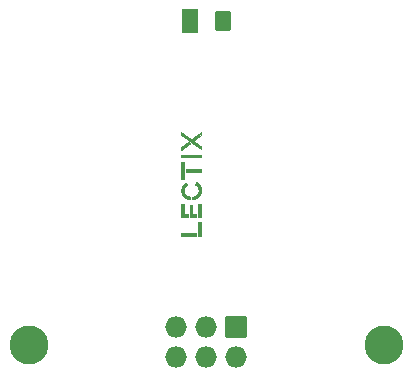
<source format=gts>
G04 #@! TF.GenerationSoftware,KiCad,Pcbnew,6.0.9-8da3e8f707~116~ubuntu20.04.1*
G04 #@! TF.CreationDate,2023-05-05T17:12:55+00:00*
G04 #@! TF.ProjectId,LEC009202,4c454330-3039-4323-9032-2e6b69636164,rev?*
G04 #@! TF.SameCoordinates,Original*
G04 #@! TF.FileFunction,Soldermask,Top*
G04 #@! TF.FilePolarity,Negative*
%FSLAX46Y46*%
G04 Gerber Fmt 4.6, Leading zero omitted, Abs format (unit mm)*
G04 Created by KiCad (PCBNEW 6.0.9-8da3e8f707~116~ubuntu20.04.1) date 2023-05-05 17:12:55*
%MOMM*%
%LPD*%
G01*
G04 APERTURE LIST*
G04 Aperture macros list*
%AMRoundRect*
0 Rectangle with rounded corners*
0 $1 Rounding radius*
0 $2 $3 $4 $5 $6 $7 $8 $9 X,Y pos of 4 corners*
0 Add a 4 corners polygon primitive as box body*
4,1,4,$2,$3,$4,$5,$6,$7,$8,$9,$2,$3,0*
0 Add four circle primitives for the rounded corners*
1,1,$1+$1,$2,$3*
1,1,$1+$1,$4,$5*
1,1,$1+$1,$6,$7*
1,1,$1+$1,$8,$9*
0 Add four rect primitives between the rounded corners*
20,1,$1+$1,$2,$3,$4,$5,0*
20,1,$1+$1,$4,$5,$6,$7,0*
20,1,$1+$1,$6,$7,$8,$9,0*
20,1,$1+$1,$8,$9,$2,$3,0*%
G04 Aperture macros list end*
%ADD10C,0.010000*%
%ADD11C,3.300000*%
%ADD12RoundRect,0.050000X-0.863600X0.863600X-0.863600X-0.863600X0.863600X-0.863600X0.863600X0.863600X0*%
%ADD13O,1.827200X1.827200*%
%ADD14RoundRect,0.050000X-0.600000X-0.800000X0.600000X-0.800000X0.600000X0.800000X-0.600000X0.800000X0*%
%ADD15RoundRect,0.050000X-0.600000X-1.000000X0.600000X-1.000000X0.600000X1.000000X-0.600000X1.000000X0*%
G04 APERTURE END LIST*
G04 #@! TO.C,LOGO1*
G36*
X83440001Y-31829871D02*
G01*
X83446439Y-31833923D01*
X83455779Y-31840183D01*
X83467461Y-31848245D01*
X83480928Y-31857707D01*
X83495622Y-31868162D01*
X83510984Y-31879207D01*
X83526457Y-31890438D01*
X83541483Y-31901449D01*
X83555504Y-31911838D01*
X83567962Y-31921199D01*
X83578298Y-31929128D01*
X83585955Y-31935221D01*
X83590375Y-31939073D01*
X83591247Y-31940190D01*
X83589223Y-31941929D01*
X83583295Y-31946496D01*
X83573671Y-31953736D01*
X83560561Y-31963498D01*
X83544174Y-31975627D01*
X83524719Y-31989971D01*
X83502405Y-32006375D01*
X83477442Y-32024687D01*
X83450037Y-32044753D01*
X83420402Y-32066421D01*
X83388743Y-32089535D01*
X83355272Y-32113944D01*
X83320196Y-32139494D01*
X83283724Y-32166032D01*
X83246067Y-32193404D01*
X83234493Y-32201810D01*
X83196445Y-32229442D01*
X83159468Y-32256293D01*
X83123772Y-32282211D01*
X83089572Y-32307040D01*
X83057081Y-32330626D01*
X83026511Y-32352814D01*
X82998075Y-32373451D01*
X82971985Y-32392382D01*
X82948456Y-32409452D01*
X82927699Y-32424507D01*
X82909927Y-32437392D01*
X82895354Y-32447953D01*
X82884192Y-32456036D01*
X82876654Y-32461486D01*
X82872952Y-32464149D01*
X82872630Y-32464375D01*
X82871417Y-32465123D01*
X82870412Y-32465285D01*
X82869595Y-32464437D01*
X82868947Y-32462156D01*
X82868449Y-32458019D01*
X82868081Y-32451601D01*
X82867823Y-32442478D01*
X82867655Y-32430228D01*
X82867559Y-32414427D01*
X82867514Y-32394651D01*
X82867500Y-32370475D01*
X82867499Y-32353446D01*
X82867500Y-32239032D01*
X83150044Y-32033731D01*
X83183835Y-32009201D01*
X83216537Y-31985507D01*
X83247909Y-31962820D01*
X83277714Y-31941311D01*
X83305711Y-31921152D01*
X83331663Y-31902513D01*
X83355329Y-31885565D01*
X83376470Y-31870480D01*
X83394848Y-31857429D01*
X83410223Y-31846582D01*
X83422356Y-31838111D01*
X83431009Y-31832186D01*
X83435942Y-31828979D01*
X83437021Y-31828430D01*
X83440001Y-31829871D01*
G37*
D10*
X83440001Y-31829871D02*
X83446439Y-31833923D01*
X83455779Y-31840183D01*
X83467461Y-31848245D01*
X83480928Y-31857707D01*
X83495622Y-31868162D01*
X83510984Y-31879207D01*
X83526457Y-31890438D01*
X83541483Y-31901449D01*
X83555504Y-31911838D01*
X83567962Y-31921199D01*
X83578298Y-31929128D01*
X83585955Y-31935221D01*
X83590375Y-31939073D01*
X83591247Y-31940190D01*
X83589223Y-31941929D01*
X83583295Y-31946496D01*
X83573671Y-31953736D01*
X83560561Y-31963498D01*
X83544174Y-31975627D01*
X83524719Y-31989971D01*
X83502405Y-32006375D01*
X83477442Y-32024687D01*
X83450037Y-32044753D01*
X83420402Y-32066421D01*
X83388743Y-32089535D01*
X83355272Y-32113944D01*
X83320196Y-32139494D01*
X83283724Y-32166032D01*
X83246067Y-32193404D01*
X83234493Y-32201810D01*
X83196445Y-32229442D01*
X83159468Y-32256293D01*
X83123772Y-32282211D01*
X83089572Y-32307040D01*
X83057081Y-32330626D01*
X83026511Y-32352814D01*
X82998075Y-32373451D01*
X82971985Y-32392382D01*
X82948456Y-32409452D01*
X82927699Y-32424507D01*
X82909927Y-32437392D01*
X82895354Y-32447953D01*
X82884192Y-32456036D01*
X82876654Y-32461486D01*
X82872952Y-32464149D01*
X82872630Y-32464375D01*
X82871417Y-32465123D01*
X82870412Y-32465285D01*
X82869595Y-32464437D01*
X82868947Y-32462156D01*
X82868449Y-32458019D01*
X82868081Y-32451601D01*
X82867823Y-32442478D01*
X82867655Y-32430228D01*
X82867559Y-32414427D01*
X82867514Y-32394651D01*
X82867500Y-32370475D01*
X82867499Y-32353446D01*
X82867500Y-32239032D01*
X83150044Y-32033731D01*
X83183835Y-32009201D01*
X83216537Y-31985507D01*
X83247909Y-31962820D01*
X83277714Y-31941311D01*
X83305711Y-31921152D01*
X83331663Y-31902513D01*
X83355329Y-31885565D01*
X83376470Y-31870480D01*
X83394848Y-31857429D01*
X83410223Y-31846582D01*
X83422356Y-31838111D01*
X83431009Y-31832186D01*
X83435942Y-31828979D01*
X83437021Y-31828430D01*
X83440001Y-31829871D01*
G36*
X84145120Y-39759580D02*
G01*
X82870040Y-39759580D01*
X82870040Y-39538600D01*
X84145120Y-39538600D01*
X84145120Y-39759580D01*
G37*
X84145120Y-39759580D02*
X82870040Y-39759580D01*
X82870040Y-39538600D01*
X84145120Y-39538600D01*
X84145120Y-39759580D01*
G36*
X83080860Y-37940940D02*
G01*
X83393280Y-37940940D01*
X83393280Y-38164460D01*
X82859880Y-38164460D01*
X82859880Y-37067180D01*
X83080860Y-37067180D01*
X83080860Y-37940940D01*
G37*
X83080860Y-37940940D02*
X83393280Y-37940940D01*
X83393280Y-38164460D01*
X82859880Y-38164460D01*
X82859880Y-37067180D01*
X83080860Y-37067180D01*
X83080860Y-37940940D01*
G36*
X84538820Y-34349380D02*
G01*
X83256120Y-34349380D01*
X83256120Y-34128400D01*
X84538820Y-34128400D01*
X84538820Y-34349380D01*
G37*
X84538820Y-34349380D02*
X83256120Y-34349380D01*
X83256120Y-34128400D01*
X84538820Y-34128400D01*
X84538820Y-34349380D01*
G36*
X84155864Y-35224350D02*
G01*
X84161246Y-35226764D01*
X84169130Y-35231171D01*
X84180022Y-35237839D01*
X84194432Y-35247037D01*
X84199730Y-35250468D01*
X84250247Y-35286255D01*
X84297456Y-35325767D01*
X84341181Y-35368747D01*
X84381245Y-35414939D01*
X84417473Y-35464085D01*
X84449690Y-35515929D01*
X84477719Y-35570214D01*
X84501386Y-35626683D01*
X84520513Y-35685078D01*
X84533608Y-35738614D01*
X84537715Y-35759549D01*
X84540937Y-35778693D01*
X84543387Y-35797214D01*
X84545177Y-35816279D01*
X84546419Y-35837056D01*
X84547226Y-35860714D01*
X84547665Y-35884810D01*
X84547860Y-35903035D01*
X84547960Y-35919929D01*
X84547966Y-35934719D01*
X84547880Y-35946633D01*
X84547704Y-35954897D01*
X84547485Y-35958470D01*
X84546741Y-35964358D01*
X84545630Y-35973690D01*
X84544341Y-35984862D01*
X84543735Y-35990220D01*
X84535047Y-36045997D01*
X84521574Y-36101993D01*
X84503545Y-36157599D01*
X84481188Y-36212206D01*
X84454731Y-36265203D01*
X84424401Y-36315981D01*
X84418955Y-36324230D01*
X84398098Y-36354202D01*
X84377653Y-36380956D01*
X84356317Y-36406058D01*
X84332790Y-36431073D01*
X84317501Y-36446282D01*
X84270656Y-36488480D01*
X84221179Y-36526384D01*
X84169236Y-36559914D01*
X84114994Y-36588986D01*
X84058618Y-36613518D01*
X84000274Y-36633426D01*
X83940129Y-36648629D01*
X83894477Y-36656813D01*
X83885261Y-36658020D01*
X83872810Y-36659423D01*
X83858307Y-36660913D01*
X83842937Y-36662382D01*
X83827885Y-36663719D01*
X83814334Y-36664815D01*
X83803470Y-36665562D01*
X83796505Y-36665850D01*
X83796107Y-36663398D01*
X83795738Y-36656379D01*
X83795405Y-36645308D01*
X83795119Y-36630696D01*
X83794886Y-36613059D01*
X83794717Y-36592909D01*
X83794620Y-36570759D01*
X83794600Y-36554481D01*
X83794600Y-36443101D01*
X83828255Y-36441598D01*
X83877642Y-36436880D01*
X83926391Y-36427286D01*
X83974126Y-36413012D01*
X84020472Y-36394257D01*
X84065055Y-36371216D01*
X84107500Y-36344087D01*
X84147432Y-36313067D01*
X84184476Y-36278352D01*
X84218258Y-36240140D01*
X84223066Y-36234060D01*
X84251193Y-36193962D01*
X84275754Y-36150655D01*
X84296491Y-36104786D01*
X84313147Y-36057001D01*
X84325466Y-36007946D01*
X84333191Y-35958267D01*
X84333331Y-35956939D01*
X84334812Y-35935583D01*
X84335277Y-35910988D01*
X84334784Y-35884830D01*
X84333393Y-35858784D01*
X84331161Y-35834525D01*
X84328369Y-35814960D01*
X84316968Y-35764580D01*
X84301011Y-35715829D01*
X84280722Y-35669027D01*
X84256326Y-35624494D01*
X84228050Y-35582553D01*
X84196119Y-35543523D01*
X84160757Y-35507725D01*
X84122189Y-35475479D01*
X84080642Y-35447107D01*
X84062570Y-35436541D01*
X84054866Y-35432236D01*
X84049162Y-35429023D01*
X84046660Y-35427581D01*
X84046648Y-35427572D01*
X84047589Y-35425282D01*
X84050586Y-35419034D01*
X84055356Y-35409378D01*
X84061617Y-35396866D01*
X84069087Y-35382050D01*
X84077484Y-35365482D01*
X84086526Y-35347712D01*
X84095930Y-35329291D01*
X84105414Y-35310773D01*
X84114697Y-35292708D01*
X84123496Y-35275647D01*
X84131530Y-35260143D01*
X84138515Y-35246746D01*
X84144170Y-35236008D01*
X84148212Y-35228481D01*
X84150360Y-35224716D01*
X84150574Y-35224421D01*
X84152476Y-35223658D01*
X84155864Y-35224350D01*
G37*
X84155864Y-35224350D02*
X84161246Y-35226764D01*
X84169130Y-35231171D01*
X84180022Y-35237839D01*
X84194432Y-35247037D01*
X84199730Y-35250468D01*
X84250247Y-35286255D01*
X84297456Y-35325767D01*
X84341181Y-35368747D01*
X84381245Y-35414939D01*
X84417473Y-35464085D01*
X84449690Y-35515929D01*
X84477719Y-35570214D01*
X84501386Y-35626683D01*
X84520513Y-35685078D01*
X84533608Y-35738614D01*
X84537715Y-35759549D01*
X84540937Y-35778693D01*
X84543387Y-35797214D01*
X84545177Y-35816279D01*
X84546419Y-35837056D01*
X84547226Y-35860714D01*
X84547665Y-35884810D01*
X84547860Y-35903035D01*
X84547960Y-35919929D01*
X84547966Y-35934719D01*
X84547880Y-35946633D01*
X84547704Y-35954897D01*
X84547485Y-35958470D01*
X84546741Y-35964358D01*
X84545630Y-35973690D01*
X84544341Y-35984862D01*
X84543735Y-35990220D01*
X84535047Y-36045997D01*
X84521574Y-36101993D01*
X84503545Y-36157599D01*
X84481188Y-36212206D01*
X84454731Y-36265203D01*
X84424401Y-36315981D01*
X84418955Y-36324230D01*
X84398098Y-36354202D01*
X84377653Y-36380956D01*
X84356317Y-36406058D01*
X84332790Y-36431073D01*
X84317501Y-36446282D01*
X84270656Y-36488480D01*
X84221179Y-36526384D01*
X84169236Y-36559914D01*
X84114994Y-36588986D01*
X84058618Y-36613518D01*
X84000274Y-36633426D01*
X83940129Y-36648629D01*
X83894477Y-36656813D01*
X83885261Y-36658020D01*
X83872810Y-36659423D01*
X83858307Y-36660913D01*
X83842937Y-36662382D01*
X83827885Y-36663719D01*
X83814334Y-36664815D01*
X83803470Y-36665562D01*
X83796505Y-36665850D01*
X83796107Y-36663398D01*
X83795738Y-36656379D01*
X83795405Y-36645308D01*
X83795119Y-36630696D01*
X83794886Y-36613059D01*
X83794717Y-36592909D01*
X83794620Y-36570759D01*
X83794600Y-36554481D01*
X83794600Y-36443101D01*
X83828255Y-36441598D01*
X83877642Y-36436880D01*
X83926391Y-36427286D01*
X83974126Y-36413012D01*
X84020472Y-36394257D01*
X84065055Y-36371216D01*
X84107500Y-36344087D01*
X84147432Y-36313067D01*
X84184476Y-36278352D01*
X84218258Y-36240140D01*
X84223066Y-36234060D01*
X84251193Y-36193962D01*
X84275754Y-36150655D01*
X84296491Y-36104786D01*
X84313147Y-36057001D01*
X84325466Y-36007946D01*
X84333191Y-35958267D01*
X84333331Y-35956939D01*
X84334812Y-35935583D01*
X84335277Y-35910988D01*
X84334784Y-35884830D01*
X84333393Y-35858784D01*
X84331161Y-35834525D01*
X84328369Y-35814960D01*
X84316968Y-35764580D01*
X84301011Y-35715829D01*
X84280722Y-35669027D01*
X84256326Y-35624494D01*
X84228050Y-35582553D01*
X84196119Y-35543523D01*
X84160757Y-35507725D01*
X84122189Y-35475479D01*
X84080642Y-35447107D01*
X84062570Y-35436541D01*
X84054866Y-35432236D01*
X84049162Y-35429023D01*
X84046660Y-35427581D01*
X84046648Y-35427572D01*
X84047589Y-35425282D01*
X84050586Y-35419034D01*
X84055356Y-35409378D01*
X84061617Y-35396866D01*
X84069087Y-35382050D01*
X84077484Y-35365482D01*
X84086526Y-35347712D01*
X84095930Y-35329291D01*
X84105414Y-35310773D01*
X84114697Y-35292708D01*
X84123496Y-35275647D01*
X84131530Y-35260143D01*
X84138515Y-35246746D01*
X84144170Y-35236008D01*
X84148212Y-35228481D01*
X84150360Y-35224716D01*
X84150574Y-35224421D01*
X84152476Y-35223658D01*
X84155864Y-35224350D01*
G36*
X83088480Y-34918340D02*
G01*
X82867500Y-34918340D01*
X82867500Y-33549280D01*
X83088480Y-33549280D01*
X83088480Y-34918340D01*
G37*
X83088480Y-34918340D02*
X82867500Y-34918340D01*
X82867500Y-33549280D01*
X83088480Y-33549280D01*
X83088480Y-34918340D01*
G36*
X84546440Y-38159380D02*
G01*
X84322920Y-38159380D01*
X84322920Y-37067180D01*
X84546440Y-37067180D01*
X84546440Y-38159380D01*
G37*
X84546440Y-38159380D02*
X84322920Y-38159380D01*
X84322920Y-37067180D01*
X84546440Y-37067180D01*
X84546440Y-38159380D01*
G36*
X83802220Y-37940940D02*
G01*
X84145120Y-37940940D01*
X84145120Y-38161920D01*
X83578700Y-38161920D01*
X83578700Y-37181480D01*
X83802220Y-37181480D01*
X83802220Y-37940940D01*
G37*
X83802220Y-37940940D02*
X84145120Y-37940940D01*
X84145120Y-38161920D01*
X83578700Y-38161920D01*
X83578700Y-37181480D01*
X83802220Y-37181480D01*
X83802220Y-37940940D01*
G36*
X84546440Y-39759580D02*
G01*
X84322920Y-39759580D01*
X84322920Y-38611500D01*
X84546440Y-38611500D01*
X84546440Y-39759580D01*
G37*
X84546440Y-39759580D02*
X84322920Y-39759580D01*
X84322920Y-38611500D01*
X84546440Y-38611500D01*
X84546440Y-39759580D01*
G36*
X83241046Y-35260073D02*
G01*
X83242794Y-35262384D01*
X83246936Y-35268416D01*
X83253116Y-35277624D01*
X83260976Y-35289459D01*
X83270159Y-35303373D01*
X83280308Y-35318819D01*
X83291066Y-35335250D01*
X83302075Y-35352117D01*
X83312979Y-35368873D01*
X83323419Y-35384971D01*
X83333039Y-35399862D01*
X83341482Y-35413000D01*
X83348390Y-35423835D01*
X83353407Y-35431822D01*
X83356174Y-35436412D01*
X83356584Y-35437206D01*
X83355718Y-35440032D01*
X83351095Y-35444095D01*
X83342339Y-35449695D01*
X83336914Y-35452816D01*
X83309428Y-35469911D01*
X83281002Y-35490573D01*
X83252852Y-35513771D01*
X83226197Y-35538472D01*
X83202254Y-35563644D01*
X83192140Y-35575520D01*
X83162172Y-35616154D01*
X83136127Y-35659753D01*
X83114226Y-35705804D01*
X83096690Y-35753792D01*
X83083740Y-35803203D01*
X83076813Y-35843548D01*
X83074768Y-35865054D01*
X83073722Y-35889779D01*
X83073637Y-35916240D01*
X83074480Y-35942955D01*
X83076214Y-35968443D01*
X83078804Y-35991221D01*
X83080603Y-36002174D01*
X83092608Y-36052714D01*
X83109099Y-36101225D01*
X83129857Y-36147466D01*
X83154666Y-36191196D01*
X83183308Y-36232174D01*
X83215566Y-36270159D01*
X83251223Y-36304910D01*
X83290062Y-36336186D01*
X83331864Y-36363748D01*
X83376413Y-36387352D01*
X83423492Y-36406760D01*
X83454621Y-36416801D01*
X83499052Y-36427444D01*
X83545105Y-36434072D01*
X83583145Y-36436568D01*
X83624420Y-36437972D01*
X83624420Y-36658969D01*
X83579335Y-36657493D01*
X83519765Y-36653049D01*
X83461219Y-36643761D01*
X83403945Y-36629804D01*
X83348192Y-36611357D01*
X83294206Y-36588595D01*
X83242239Y-36561694D01*
X83192537Y-36530832D01*
X83145349Y-36496184D01*
X83100923Y-36457927D01*
X83059510Y-36416238D01*
X83021355Y-36371292D01*
X82986709Y-36323267D01*
X82955820Y-36272339D01*
X82928936Y-36218684D01*
X82915046Y-36185800D01*
X82896465Y-36132923D01*
X82881763Y-36078211D01*
X82870716Y-36020795D01*
X82868434Y-36005460D01*
X82866688Y-35989281D01*
X82865339Y-35969218D01*
X82864399Y-35946456D01*
X82863875Y-35922175D01*
X82863777Y-35897559D01*
X82864115Y-35873791D01*
X82864898Y-35852051D01*
X82866135Y-35833524D01*
X82867013Y-35825120D01*
X82877111Y-35763464D01*
X82891858Y-35703518D01*
X82911120Y-35645498D01*
X82934760Y-35589620D01*
X82962642Y-35536099D01*
X82994632Y-35485150D01*
X83030592Y-35436988D01*
X83070388Y-35391829D01*
X83113884Y-35349889D01*
X83160944Y-35311383D01*
X83211433Y-35276525D01*
X83213462Y-35275247D01*
X83223604Y-35269050D01*
X83232176Y-35264127D01*
X83238284Y-35260968D01*
X83241034Y-35260067D01*
X83241046Y-35260073D01*
G37*
X83241046Y-35260073D02*
X83242794Y-35262384D01*
X83246936Y-35268416D01*
X83253116Y-35277624D01*
X83260976Y-35289459D01*
X83270159Y-35303373D01*
X83280308Y-35318819D01*
X83291066Y-35335250D01*
X83302075Y-35352117D01*
X83312979Y-35368873D01*
X83323419Y-35384971D01*
X83333039Y-35399862D01*
X83341482Y-35413000D01*
X83348390Y-35423835D01*
X83353407Y-35431822D01*
X83356174Y-35436412D01*
X83356584Y-35437206D01*
X83355718Y-35440032D01*
X83351095Y-35444095D01*
X83342339Y-35449695D01*
X83336914Y-35452816D01*
X83309428Y-35469911D01*
X83281002Y-35490573D01*
X83252852Y-35513771D01*
X83226197Y-35538472D01*
X83202254Y-35563644D01*
X83192140Y-35575520D01*
X83162172Y-35616154D01*
X83136127Y-35659753D01*
X83114226Y-35705804D01*
X83096690Y-35753792D01*
X83083740Y-35803203D01*
X83076813Y-35843548D01*
X83074768Y-35865054D01*
X83073722Y-35889779D01*
X83073637Y-35916240D01*
X83074480Y-35942955D01*
X83076214Y-35968443D01*
X83078804Y-35991221D01*
X83080603Y-36002174D01*
X83092608Y-36052714D01*
X83109099Y-36101225D01*
X83129857Y-36147466D01*
X83154666Y-36191196D01*
X83183308Y-36232174D01*
X83215566Y-36270159D01*
X83251223Y-36304910D01*
X83290062Y-36336186D01*
X83331864Y-36363748D01*
X83376413Y-36387352D01*
X83423492Y-36406760D01*
X83454621Y-36416801D01*
X83499052Y-36427444D01*
X83545105Y-36434072D01*
X83583145Y-36436568D01*
X83624420Y-36437972D01*
X83624420Y-36658969D01*
X83579335Y-36657493D01*
X83519765Y-36653049D01*
X83461219Y-36643761D01*
X83403945Y-36629804D01*
X83348192Y-36611357D01*
X83294206Y-36588595D01*
X83242239Y-36561694D01*
X83192537Y-36530832D01*
X83145349Y-36496184D01*
X83100923Y-36457927D01*
X83059510Y-36416238D01*
X83021355Y-36371292D01*
X82986709Y-36323267D01*
X82955820Y-36272339D01*
X82928936Y-36218684D01*
X82915046Y-36185800D01*
X82896465Y-36132923D01*
X82881763Y-36078211D01*
X82870716Y-36020795D01*
X82868434Y-36005460D01*
X82866688Y-35989281D01*
X82865339Y-35969218D01*
X82864399Y-35946456D01*
X82863875Y-35922175D01*
X82863777Y-35897559D01*
X82864115Y-35873791D01*
X82864898Y-35852051D01*
X82866135Y-35833524D01*
X82867013Y-35825120D01*
X82877111Y-35763464D01*
X82891858Y-35703518D01*
X82911120Y-35645498D01*
X82934760Y-35589620D01*
X82962642Y-35536099D01*
X82994632Y-35485150D01*
X83030592Y-35436988D01*
X83070388Y-35391829D01*
X83113884Y-35349889D01*
X83160944Y-35311383D01*
X83211433Y-35276525D01*
X83213462Y-35275247D01*
X83223604Y-35269050D01*
X83232176Y-35264127D01*
X83238284Y-35260968D01*
X83241034Y-35260067D01*
X83241046Y-35260073D01*
G36*
X84538820Y-33102240D02*
G01*
X82867500Y-33102240D01*
X82867500Y-32881260D01*
X84538820Y-32881260D01*
X84538820Y-33102240D01*
G37*
X84538820Y-33102240D02*
X82867500Y-33102240D01*
X82867500Y-32881260D01*
X84538820Y-32881260D01*
X84538820Y-33102240D01*
G36*
X83292183Y-31297852D02*
G01*
X83333298Y-31327936D01*
X83373325Y-31357213D01*
X83412069Y-31385542D01*
X83449338Y-31412783D01*
X83484940Y-31438794D01*
X83518680Y-31463434D01*
X83550366Y-31486564D01*
X83579806Y-31508043D01*
X83606806Y-31527729D01*
X83631172Y-31545482D01*
X83652713Y-31561161D01*
X83671236Y-31574626D01*
X83686546Y-31585735D01*
X83698452Y-31594349D01*
X83706760Y-31600326D01*
X83711277Y-31603526D01*
X83712087Y-31604054D01*
X83714269Y-31602593D01*
X83720370Y-31598293D01*
X83730192Y-31591297D01*
X83743541Y-31581744D01*
X83760220Y-31569776D01*
X83780032Y-31555535D01*
X83802783Y-31539162D01*
X83828275Y-31520798D01*
X83856314Y-31500584D01*
X83886701Y-31478663D01*
X83919243Y-31455175D01*
X83953742Y-31430261D01*
X83990003Y-31404062D01*
X84027829Y-31376721D01*
X84067025Y-31348378D01*
X84107395Y-31319175D01*
X84123766Y-31307329D01*
X84164564Y-31277810D01*
X84204274Y-31249087D01*
X84242701Y-31221301D01*
X84279647Y-31194595D01*
X84314916Y-31169111D01*
X84348310Y-31144990D01*
X84379635Y-31122374D01*
X84408692Y-31101405D01*
X84435285Y-31082225D01*
X84459218Y-31064975D01*
X84480293Y-31049798D01*
X84498315Y-31036836D01*
X84513086Y-31026230D01*
X84524411Y-31018122D01*
X84532091Y-31012654D01*
X84535932Y-31009967D01*
X84536347Y-31009704D01*
X84536981Y-31011984D01*
X84537522Y-31019178D01*
X84537969Y-31031122D01*
X84538317Y-31047651D01*
X84538563Y-31068600D01*
X84538703Y-31093804D01*
X84538734Y-31122734D01*
X84538649Y-31236610D01*
X84204780Y-31477910D01*
X84168037Y-31504474D01*
X84132426Y-31530235D01*
X84098163Y-31555035D01*
X84065466Y-31578717D01*
X84034550Y-31601124D01*
X84005632Y-31622098D01*
X83978929Y-31641483D01*
X83954658Y-31659120D01*
X83933034Y-31674853D01*
X83914274Y-31688525D01*
X83898596Y-31699977D01*
X83886215Y-31709052D01*
X83877347Y-31715594D01*
X83872211Y-31719444D01*
X83870933Y-31720480D01*
X83872950Y-31722094D01*
X83878854Y-31726545D01*
X83888427Y-31733676D01*
X83901455Y-31743326D01*
X83917722Y-31755339D01*
X83937010Y-31769553D01*
X83959106Y-31785812D01*
X83983791Y-31803956D01*
X84010851Y-31823827D01*
X84040070Y-31845266D01*
X84071231Y-31868113D01*
X84104119Y-31892211D01*
X84138518Y-31917400D01*
X84174211Y-31943523D01*
X84202644Y-31964320D01*
X84239214Y-31991075D01*
X84274667Y-32017035D01*
X84308786Y-32042039D01*
X84341355Y-32065928D01*
X84372156Y-32088542D01*
X84400973Y-32109721D01*
X84427589Y-32129307D01*
X84451787Y-32147137D01*
X84473350Y-32163054D01*
X84492061Y-32176898D01*
X84507704Y-32188507D01*
X84520061Y-32197724D01*
X84528916Y-32204387D01*
X84534051Y-32208338D01*
X84535335Y-32209430D01*
X84535529Y-32212426D01*
X84535680Y-32219975D01*
X84535789Y-32231550D01*
X84535853Y-32246625D01*
X84535870Y-32264673D01*
X84535839Y-32285167D01*
X84535759Y-32307581D01*
X84535672Y-32324352D01*
X84535010Y-32436733D01*
X83706970Y-31830775D01*
X83648907Y-31788283D01*
X83591878Y-31746543D01*
X83536019Y-31705657D01*
X83481469Y-31665724D01*
X83428363Y-31626846D01*
X83376839Y-31589122D01*
X83327036Y-31552653D01*
X83279089Y-31517541D01*
X83233136Y-31483885D01*
X83189314Y-31451786D01*
X83147761Y-31421345D01*
X83108614Y-31392662D01*
X83072011Y-31365838D01*
X83038087Y-31340973D01*
X83006981Y-31318168D01*
X82978831Y-31297523D01*
X82953772Y-31279140D01*
X82931943Y-31263118D01*
X82913481Y-31249559D01*
X82898522Y-31238563D01*
X82887205Y-31230229D01*
X82879667Y-31224660D01*
X82876044Y-31221955D01*
X82875728Y-31221706D01*
X82874936Y-31219871D01*
X82874292Y-31215807D01*
X82873789Y-31209140D01*
X82873418Y-31199496D01*
X82873171Y-31186503D01*
X82873039Y-31169788D01*
X82873016Y-31148976D01*
X82873092Y-31123696D01*
X82873188Y-31105150D01*
X82873850Y-30991704D01*
X83292183Y-31297852D01*
G37*
X83292183Y-31297852D02*
X83333298Y-31327936D01*
X83373325Y-31357213D01*
X83412069Y-31385542D01*
X83449338Y-31412783D01*
X83484940Y-31438794D01*
X83518680Y-31463434D01*
X83550366Y-31486564D01*
X83579806Y-31508043D01*
X83606806Y-31527729D01*
X83631172Y-31545482D01*
X83652713Y-31561161D01*
X83671236Y-31574626D01*
X83686546Y-31585735D01*
X83698452Y-31594349D01*
X83706760Y-31600326D01*
X83711277Y-31603526D01*
X83712087Y-31604054D01*
X83714269Y-31602593D01*
X83720370Y-31598293D01*
X83730192Y-31591297D01*
X83743541Y-31581744D01*
X83760220Y-31569776D01*
X83780032Y-31555535D01*
X83802783Y-31539162D01*
X83828275Y-31520798D01*
X83856314Y-31500584D01*
X83886701Y-31478663D01*
X83919243Y-31455175D01*
X83953742Y-31430261D01*
X83990003Y-31404062D01*
X84027829Y-31376721D01*
X84067025Y-31348378D01*
X84107395Y-31319175D01*
X84123766Y-31307329D01*
X84164564Y-31277810D01*
X84204274Y-31249087D01*
X84242701Y-31221301D01*
X84279647Y-31194595D01*
X84314916Y-31169111D01*
X84348310Y-31144990D01*
X84379635Y-31122374D01*
X84408692Y-31101405D01*
X84435285Y-31082225D01*
X84459218Y-31064975D01*
X84480293Y-31049798D01*
X84498315Y-31036836D01*
X84513086Y-31026230D01*
X84524411Y-31018122D01*
X84532091Y-31012654D01*
X84535932Y-31009967D01*
X84536347Y-31009704D01*
X84536981Y-31011984D01*
X84537522Y-31019178D01*
X84537969Y-31031122D01*
X84538317Y-31047651D01*
X84538563Y-31068600D01*
X84538703Y-31093804D01*
X84538734Y-31122734D01*
X84538649Y-31236610D01*
X84204780Y-31477910D01*
X84168037Y-31504474D01*
X84132426Y-31530235D01*
X84098163Y-31555035D01*
X84065466Y-31578717D01*
X84034550Y-31601124D01*
X84005632Y-31622098D01*
X83978929Y-31641483D01*
X83954658Y-31659120D01*
X83933034Y-31674853D01*
X83914274Y-31688525D01*
X83898596Y-31699977D01*
X83886215Y-31709052D01*
X83877347Y-31715594D01*
X83872211Y-31719444D01*
X83870933Y-31720480D01*
X83872950Y-31722094D01*
X83878854Y-31726545D01*
X83888427Y-31733676D01*
X83901455Y-31743326D01*
X83917722Y-31755339D01*
X83937010Y-31769553D01*
X83959106Y-31785812D01*
X83983791Y-31803956D01*
X84010851Y-31823827D01*
X84040070Y-31845266D01*
X84071231Y-31868113D01*
X84104119Y-31892211D01*
X84138518Y-31917400D01*
X84174211Y-31943523D01*
X84202644Y-31964320D01*
X84239214Y-31991075D01*
X84274667Y-32017035D01*
X84308786Y-32042039D01*
X84341355Y-32065928D01*
X84372156Y-32088542D01*
X84400973Y-32109721D01*
X84427589Y-32129307D01*
X84451787Y-32147137D01*
X84473350Y-32163054D01*
X84492061Y-32176898D01*
X84507704Y-32188507D01*
X84520061Y-32197724D01*
X84528916Y-32204387D01*
X84534051Y-32208338D01*
X84535335Y-32209430D01*
X84535529Y-32212426D01*
X84535680Y-32219975D01*
X84535789Y-32231550D01*
X84535853Y-32246625D01*
X84535870Y-32264673D01*
X84535839Y-32285167D01*
X84535759Y-32307581D01*
X84535672Y-32324352D01*
X84535010Y-32436733D01*
X83706970Y-31830775D01*
X83648907Y-31788283D01*
X83591878Y-31746543D01*
X83536019Y-31705657D01*
X83481469Y-31665724D01*
X83428363Y-31626846D01*
X83376839Y-31589122D01*
X83327036Y-31552653D01*
X83279089Y-31517541D01*
X83233136Y-31483885D01*
X83189314Y-31451786D01*
X83147761Y-31421345D01*
X83108614Y-31392662D01*
X83072011Y-31365838D01*
X83038087Y-31340973D01*
X83006981Y-31318168D01*
X82978831Y-31297523D01*
X82953772Y-31279140D01*
X82931943Y-31263118D01*
X82913481Y-31249559D01*
X82898522Y-31238563D01*
X82887205Y-31230229D01*
X82879667Y-31224660D01*
X82876044Y-31221955D01*
X82875728Y-31221706D01*
X82874936Y-31219871D01*
X82874292Y-31215807D01*
X82873789Y-31209140D01*
X82873418Y-31199496D01*
X82873171Y-31186503D01*
X82873039Y-31169788D01*
X82873016Y-31148976D01*
X82873092Y-31123696D01*
X82873188Y-31105150D01*
X82873850Y-30991704D01*
X83292183Y-31297852D01*
G04 #@! TD*
D11*
G04 #@! TO.C,H1*
X70000000Y-49000000D03*
G04 #@! TD*
G04 #@! TO.C,H2*
X100000000Y-49000000D03*
G04 #@! TD*
D12*
G04 #@! TO.C,J1*
X87500000Y-47500000D03*
D13*
X87500000Y-50040000D03*
X84960000Y-47500000D03*
X84960000Y-50040000D03*
X82420000Y-47500000D03*
X82420000Y-50040000D03*
G04 #@! TD*
D14*
G04 #@! TO.C,U1*
X86400000Y-21590000D03*
D15*
X83600000Y-21590000D03*
G04 #@! TD*
M02*

</source>
